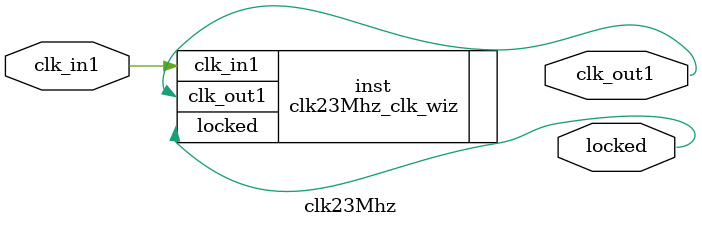
<source format=v>


`timescale 1ps/1ps

(* CORE_GENERATION_INFO = "clk23Mhz,clk_wiz_v5_4_3_0,{component_name=clk23Mhz,use_phase_alignment=true,use_min_o_jitter=false,use_max_i_jitter=false,use_dyn_phase_shift=false,use_inclk_switchover=false,use_dyn_reconfig=false,enable_axi=0,feedback_source=FDBK_AUTO,PRIMITIVE=PLL,num_out_clk=1,clkin1_period=10.000,clkin2_period=10.000,use_power_down=false,use_reset=false,use_locked=true,use_inclk_stopped=false,feedback_type=SINGLE,CLOCK_MGR_TYPE=NA,manual_override=false}" *)

module clk23Mhz 
 (
  // Clock out ports
  output        clk_out1,
  // Status and control signals
  output        locked,
 // Clock in ports
  input         clk_in1
 );

  clk23Mhz_clk_wiz inst
  (
  // Clock out ports  
  .clk_out1(clk_out1),
  // Status and control signals               
  .locked(locked),
 // Clock in ports
  .clk_in1(clk_in1)
  );

endmodule

</source>
